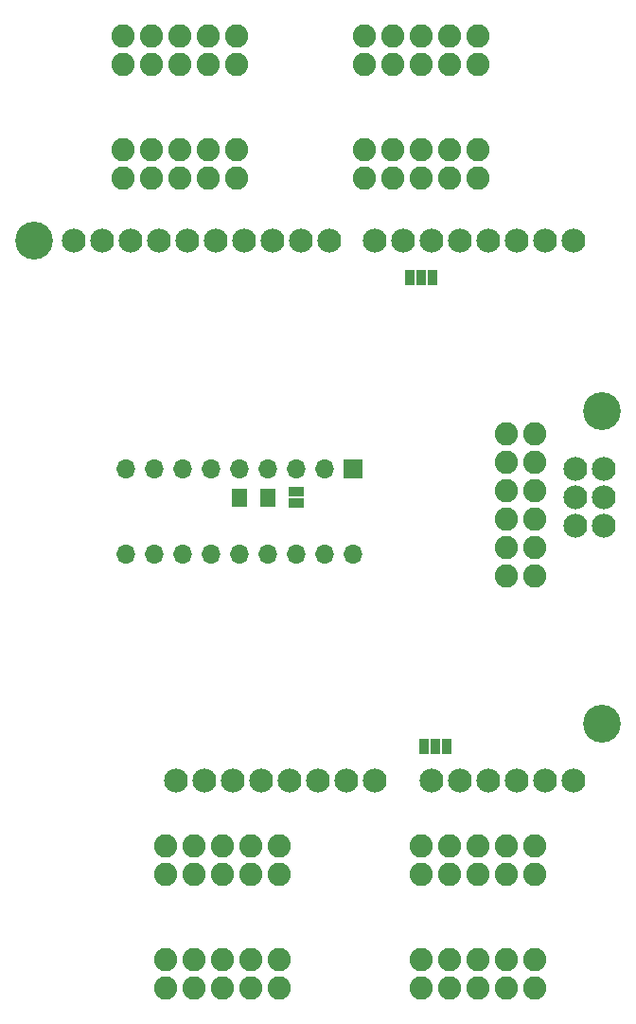
<source format=gbs>
G04 #@! TF.FileFunction,Soldermask,Bot*
%FSLAX46Y46*%
G04 Gerber Fmt 4.6, Leading zero omitted, Abs format (unit mm)*
G04 Created by KiCad (PCBNEW 4.0.7) date 04/09/18 16:23:24*
%MOMM*%
%LPD*%
G01*
G04 APERTURE LIST*
%ADD10C,0.100000*%
%ADD11C,2.082800*%
%ADD12R,1.473200X0.838200*%
%ADD13R,0.838200X1.473200*%
%ADD14R,1.701600X1.701600*%
%ADD15O,1.701600X1.701600*%
%ADD16C,2.133600*%
%ADD17C,3.378200*%
G04 APERTURE END LIST*
D10*
D11*
X113030000Y-92075000D03*
X113030000Y-89535000D03*
X115570000Y-92075000D03*
X115570000Y-89535000D03*
X118110000Y-92075000D03*
X118110000Y-89535000D03*
X120650000Y-92075000D03*
X120650000Y-89535000D03*
X123190000Y-92075000D03*
X123190000Y-89535000D03*
X113030000Y-81915000D03*
X113030000Y-79375000D03*
X115570000Y-81915000D03*
X115570000Y-79375000D03*
X118110000Y-81915000D03*
X118110000Y-79375000D03*
X120650000Y-81915000D03*
X120650000Y-79375000D03*
X123190000Y-81915000D03*
X123190000Y-79375000D03*
X134620000Y-81915000D03*
X134620000Y-79375000D03*
X137160000Y-81915000D03*
X137160000Y-79375000D03*
X139700000Y-81915000D03*
X139700000Y-79375000D03*
X142240000Y-81915000D03*
X142240000Y-79375000D03*
X144780000Y-81915000D03*
X144780000Y-79375000D03*
X134620000Y-92075000D03*
X134620000Y-89535000D03*
X137160000Y-92075000D03*
X137160000Y-89535000D03*
X139700000Y-92075000D03*
X139700000Y-89535000D03*
X142240000Y-92075000D03*
X142240000Y-89535000D03*
X144780000Y-92075000D03*
X144780000Y-89535000D03*
X127000000Y-161925000D03*
X127000000Y-164465000D03*
X124460000Y-161925000D03*
X124460000Y-164465000D03*
X121920000Y-161925000D03*
X121920000Y-164465000D03*
X119380000Y-161925000D03*
X119380000Y-164465000D03*
X116840000Y-161925000D03*
X116840000Y-164465000D03*
X127000000Y-151765000D03*
X127000000Y-154305000D03*
X124460000Y-151765000D03*
X124460000Y-154305000D03*
X121920000Y-151765000D03*
X121920000Y-154305000D03*
X119380000Y-151765000D03*
X119380000Y-154305000D03*
X116840000Y-151765000D03*
X116840000Y-154305000D03*
X149860000Y-161925000D03*
X149860000Y-164465000D03*
X147320000Y-161925000D03*
X147320000Y-164465000D03*
X144780000Y-161925000D03*
X144780000Y-164465000D03*
X142240000Y-161925000D03*
X142240000Y-164465000D03*
X139700000Y-161925000D03*
X139700000Y-164465000D03*
X149860000Y-151765000D03*
X149860000Y-154305000D03*
X147320000Y-151765000D03*
X147320000Y-154305000D03*
X144780000Y-151765000D03*
X144780000Y-154305000D03*
X142240000Y-151765000D03*
X142240000Y-154305000D03*
X139700000Y-151765000D03*
X139700000Y-154305000D03*
X149860000Y-127635000D03*
X147320000Y-127635000D03*
X149860000Y-125095000D03*
X147320000Y-125095000D03*
X149860000Y-122555000D03*
X147320000Y-122555000D03*
X149860000Y-120015000D03*
X147320000Y-120015000D03*
X149860000Y-117475000D03*
X147320000Y-117475000D03*
X149860000Y-114935000D03*
X147320000Y-114935000D03*
D12*
X128524000Y-121158000D03*
X128524000Y-120142000D03*
X125984000Y-121056400D03*
X125984000Y-120243600D03*
X123444000Y-121056400D03*
X123444000Y-120243600D03*
D13*
X138684000Y-100965000D03*
X139700000Y-100965000D03*
X140716000Y-100965000D03*
X141986000Y-142875000D03*
X140970000Y-142875000D03*
X139954000Y-142875000D03*
D14*
X133604000Y-118110000D03*
D15*
X113284000Y-125730000D03*
X131064000Y-118110000D03*
X115824000Y-125730000D03*
X128524000Y-118110000D03*
X118364000Y-125730000D03*
X125984000Y-118110000D03*
X120904000Y-125730000D03*
X123444000Y-118110000D03*
X123444000Y-125730000D03*
X120904000Y-118110000D03*
X125984000Y-125730000D03*
X118364000Y-118110000D03*
X128524000Y-125730000D03*
X115824000Y-118110000D03*
X131064000Y-125730000D03*
X113284000Y-118110000D03*
X133604000Y-125730000D03*
D16*
X125349000Y-145923000D03*
X127889000Y-145923000D03*
X140589000Y-145923000D03*
X143129000Y-145923000D03*
X145669000Y-145923000D03*
X148209000Y-145923000D03*
X150749000Y-145923000D03*
X153289000Y-145923000D03*
X113665000Y-97663000D03*
X153289000Y-97663000D03*
X150749000Y-97663000D03*
X148209000Y-97663000D03*
X145669000Y-97663000D03*
X143129000Y-97663000D03*
X140589000Y-97663000D03*
X138049000Y-97663000D03*
X135509000Y-97663000D03*
X131445000Y-97663000D03*
X128905000Y-97663000D03*
X126365000Y-97663000D03*
X123825000Y-97663000D03*
X121285000Y-97663000D03*
X118745000Y-97663000D03*
X130429000Y-145923000D03*
X132969000Y-145923000D03*
X116205000Y-97663000D03*
X155968700Y-123111260D03*
X120269000Y-145923000D03*
X153428700Y-118033800D03*
X155968700Y-120573800D03*
X117729000Y-145923000D03*
X122809000Y-145923000D03*
X153428700Y-123111260D03*
X153428700Y-120573800D03*
X108585000Y-97663000D03*
X111125000Y-97663000D03*
X155968700Y-118033800D03*
X135509000Y-145923000D03*
D17*
X105029000Y-97663000D03*
X155829000Y-112903000D03*
X155829000Y-140843000D03*
M02*

</source>
